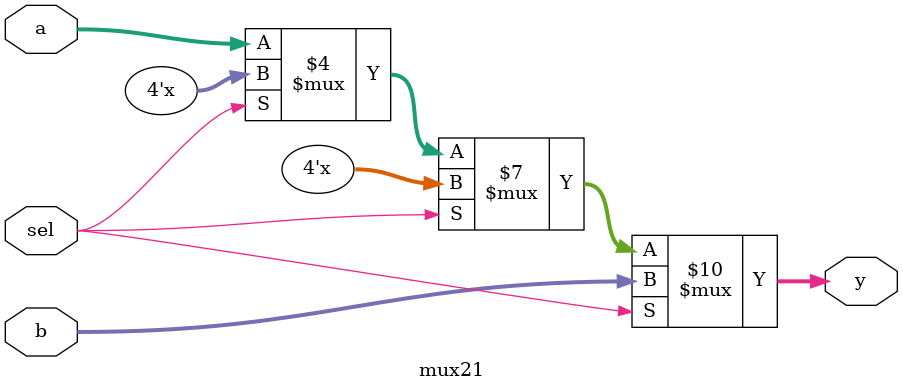
<source format=v>
module mux21 (a ,b,sel,y);
	input [3:0] a,b;
	input sel;
	output reg [3:0] y;	//아웃풋 선언시 reg로 해야한다.
	/*
	always@(*) begin  //여기서 * 은 모든 인풋값을 지칭할때 사용
		case(sel) begin
		1'b1: y=b;
		1'b0: y=a;
		endcase
	end
	*/
	// <if/else문>
	always@(*) begin
		if(sel)
			y=b;
		else if (~sel)
			y=a;
	end
	
	
	//assign y = ~sel?a:b;       // 기본적으로 ? 앞에 (변수)만 적을 경우 (변수==1) 과 같다
	
	//assign y= (a&~sel)|(b&sel);

/*	
	wire a0 ,a1, sn;
	
	//not u1 (sn, sel);
	and u2 (a0,a,~sel), u3 (a1,b,sel);
	or  u4 (y,a0,a1);
*/
endmodule


</source>
